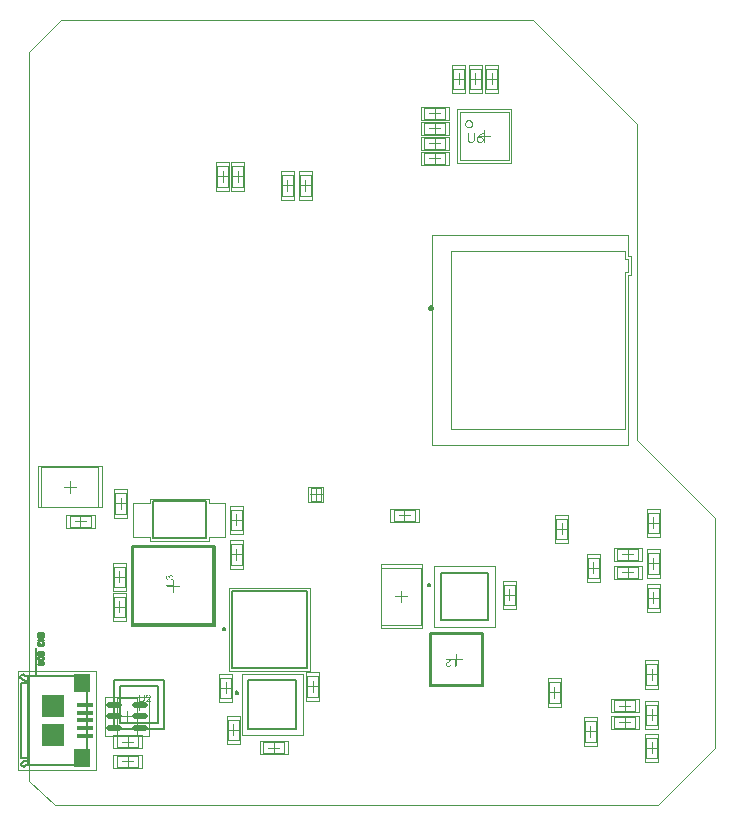
<source format=gbp>
%FSTAX23Y23*%
%MOIN*%
%SFA1B1*%

%IPPOS*%
%ADD10C,0.009449*%
%ADD13C,0.007874*%
%ADD14C,0.005000*%
%ADD16C,0.004000*%
%ADD17C,0.003937*%
%ADD18C,0.010000*%
%ADD19C,0.001969*%
%ADD88O,0.053150X0.017716*%
%ADD89R,0.053150X0.015748*%
%ADD90R,0.055118X0.062992*%
%ADD91R,0.074803X0.074803*%
%LNsolears_v1-1*%
%LPD*%
G36*
X01384Y01353D02*
Y01353D01*
Y01352*
Y01352*
Y01352*
X01384Y01352*
Y01351*
X01384Y01351*
X01384Y0135*
X01384Y01349*
X01384Y01348*
X01384Y01347*
X01384Y01347*
X01383Y01346*
Y01346*
X01383Y01346*
X01383Y01346*
X01383Y01346*
X01383Y01346*
X01383Y01345*
X01382Y01345*
X01382Y01344*
X01381Y01343*
X0138Y01343*
X0138*
X0138Y01343*
X0138Y01343*
X0138Y01343*
X0138Y01343*
X01379Y01342*
X01379Y01342*
X01379Y01342*
X01378Y01342*
X01378Y01342*
X01377Y01342*
X01377Y01342*
X01376Y01342*
X01376Y01342*
X01374Y01341*
X01374*
X01374Y01342*
X01374*
X01373Y01342*
X01373Y01342*
X01372Y01342*
X01371Y01342*
X01371Y01342*
X0137Y01342*
X01369Y01343*
X01369*
X01369Y01343*
X01368Y01343*
X01368Y01343*
X01368Y01343*
X01367Y01344*
X01367Y01344*
X01366Y01345*
X01366Y01345*
X01365Y01346*
Y01346*
X01365Y01346*
X01365Y01346*
X01365Y01347*
X01365Y01347*
X01365Y01347*
X01365Y01347*
X01365Y01348*
X01365Y01348*
X01365Y01349*
X01365Y01349*
X01365Y0135*
X01365Y0135*
X01365Y01351*
X01365Y01352*
Y01353*
Y01367*
X01368*
Y01353*
Y01353*
Y01352*
Y01352*
Y01352*
X01368Y01352*
Y01351*
X01368Y01351*
X01368Y0135*
X01368Y01349*
X01368Y01348*
X01368Y01348*
X01368Y01348*
X01368Y01348*
X01369Y01347*
X01369Y01347*
X01369Y01347*
X01369Y01346*
X0137Y01346*
X0137Y01346*
X01371Y01345*
X01371Y01345*
X01371Y01345*
X01371Y01345*
X01372Y01345*
X01372Y01345*
X01373Y01345*
X01373Y01345*
X01374Y01344*
X01375*
X01375Y01345*
X01375*
X01375Y01345*
X01376Y01345*
X01377Y01345*
X01378Y01345*
X01379Y01346*
X01379Y01346*
X01379Y01346*
X01379Y01346*
X01379Y01346*
X0138Y01346*
X0138Y01346*
X0138Y01347*
X0138Y01347*
X0138Y01347*
X0138Y01348*
X0138Y01348*
X0138Y01348*
X01381Y01349*
X01381Y0135*
X01381Y0135*
X01381Y01351*
X01381Y01352*
Y01353*
Y01367*
X01384*
Y01353*
G37*
G36*
X01398Y01367D02*
X01398Y01367D01*
X01398Y01367*
X01399Y01367*
X01399Y01367*
X014Y01367*
X01401Y01366*
X01401Y01366*
X01402Y01366*
X01402Y01366*
X01403Y01365*
X01403Y01365*
X01403Y01365*
X01403Y01365*
X01403Y01365*
X01403Y01365*
X01403Y01364*
X01404Y01364*
X01404Y01364*
X01404Y01363*
X01405Y01362*
X01405Y01362*
X01405Y01361*
X01405Y01361*
X01405Y0136*
Y0136*
Y0136*
X01405Y0136*
X01405Y01359*
X01405Y01359*
X01405Y01358*
X01404Y01358*
X01404Y01357*
X01404Y01357*
X01404Y01357*
X01404Y01357*
X01404Y01356*
X01403Y01356*
X01403Y01355*
X01403Y01355*
X01402Y01354*
X01402Y01354*
X01402Y01354*
X01402Y01354*
X01401Y01353*
X01401Y01353*
X01401Y01353*
X01401Y01353*
X014Y01352*
X014Y01352*
X014Y01352*
X01399Y01351*
X01399Y01351*
X01398Y0135*
X01397Y0135*
X01397Y0135*
X01397Y0135*
X01397Y0135*
X01397Y01349*
X01397Y01349*
X01396Y01349*
X01396Y01348*
X01395Y01348*
X01395Y01347*
X01394Y01347*
X01394Y01347*
X01394Y01347*
X01394Y01346*
X01394Y01346*
X01393Y01346*
X01393Y01346*
X01393Y01346*
X01393Y01346*
X01392Y01345*
X01405*
Y01342*
X01388*
Y01342*
Y01342*
Y01342*
X01388Y01343*
X01388Y01343*
X01388Y01343*
X01388Y01344*
X01389Y01344*
Y01344*
X01389Y01344*
X01389Y01344*
X01389Y01345*
X01389Y01345*
X01389Y01346*
X0139Y01346*
X0139Y01347*
X01391Y01347*
Y01347*
X01391Y01347*
X01391Y01348*
X01391Y01348*
X01392Y01349*
X01392Y01349*
X01393Y0135*
X01394Y0135*
X01395Y01351*
X01395Y01351*
X01395Y01351*
X01395Y01352*
X01395Y01352*
X01396Y01352*
X01396Y01352*
X01396Y01353*
X01397Y01353*
X01398Y01354*
X01399Y01355*
X01399Y01355*
X014Y01356*
X014Y01356*
X014Y01357*
Y01357*
X014Y01357*
X014Y01357*
X014Y01357*
X01401Y01357*
X01401Y01358*
X01401Y01358*
X01401Y01359*
X01402Y0136*
X01402Y0136*
Y0136*
Y0136*
X01402Y01361*
X01402Y01361*
X01401Y01361*
X01401Y01362*
X01401Y01362*
X01401Y01363*
X014Y01363*
X014Y01363*
X014Y01364*
X014Y01364*
X01399Y01364*
X01399Y01364*
X01398Y01364*
X01398Y01365*
X01397Y01365*
X01397*
X01396Y01365*
X01396Y01365*
X01396Y01364*
X01395Y01364*
X01394Y01364*
X01394Y01364*
X01393Y01363*
X01393Y01363*
X01393Y01363*
X01393Y01363*
X01393Y01362*
X01392Y01362*
X01392Y01361*
X01392Y0136*
X01392Y0136*
X01389Y0136*
Y0136*
X01389Y0136*
Y0136*
X01389Y01361*
X01389Y01361*
X01389Y01361*
X01389Y01362*
X01389Y01362*
X01389Y01363*
X0139Y01364*
X0139Y01364*
X0139Y01365*
X01391Y01365*
X01391Y01365*
X01391Y01365*
X01391Y01365*
X01391Y01366*
X01392Y01366*
X01392Y01366*
X01392Y01366*
X01392Y01366*
X01393Y01366*
X01393Y01366*
X01394Y01367*
X01394Y01367*
X01395Y01367*
X01395Y01367*
X01396Y01367*
X01396Y01367*
X01397Y01367*
X01397*
X01398Y01367*
G37*
G36*
X02423Y01459D02*
X02419D01*
Y01482*
X02407*
Y01485*
X02423*
Y01459*
G37*
G36*
X02405Y01484D02*
Y01484D01*
Y01484*
X02405Y01484*
X02405Y01483*
X02405Y01483*
X02405Y01483*
X02404Y01482*
Y01482*
X02404Y01482*
X02404Y01482*
X02404Y01482*
X02404Y01481*
X02404Y01481*
X02403Y0148*
X02403Y0148*
X02402Y01479*
Y01479*
X02402Y01479*
X02402Y01479*
X02402Y01478*
X02401Y01478*
X02401Y01477*
X024Y01477*
X02399Y01476*
X02398Y01475*
X02398Y01475*
X02398Y01475*
X02398Y01475*
X02398Y01475*
X02397Y01474*
X02397Y01474*
X02397Y01474*
X02396Y01473*
X02395Y01472*
X02394Y01472*
X02394Y01471*
X02393Y01471*
X02393Y0147*
X02393Y0147*
Y0147*
X02393Y0147*
X02393Y0147*
X02393Y0147*
X02392Y01469*
X02392Y01469*
X02392Y01468*
X02392Y01467*
X02391Y01467*
X02391Y01466*
Y01466*
Y01466*
X02391Y01466*
X02391Y01465*
X02392Y01465*
X02392Y01465*
X02392Y01464*
X02392Y01464*
X02393Y01463*
X02393Y01463*
X02393Y01463*
X02393Y01463*
X02394Y01462*
X02394Y01462*
X02395Y01462*
X02395Y01462*
X02396Y01462*
X02396*
X02396Y01462*
X02397Y01462*
X02397Y01462*
X02398Y01462*
X02399Y01462*
X02399Y01463*
X024Y01463*
X024Y01463*
X024Y01463*
X024Y01464*
X024Y01464*
X02401Y01465*
X02401Y01465*
X02401Y01466*
X02401Y01467*
X02404Y01466*
Y01466*
X02404Y01466*
Y01466*
X02404Y01466*
X02404Y01466*
X02404Y01465*
X02404Y01465*
X02404Y01464*
X02404Y01464*
X02403Y01463*
X02403Y01462*
X02403Y01462*
X02402Y01461*
X02402Y01461*
X02402Y01461*
X02402Y01461*
X02402Y01461*
X02401Y01461*
X02401Y01461*
X02401Y01461*
X02401Y0146*
X024Y0146*
X024Y0146*
X02399Y0146*
X02399Y0146*
X02398Y01459*
X02398Y01459*
X02397Y01459*
X02397Y01459*
X02396Y01459*
X02396*
X02395Y01459*
X02395Y01459*
X02395Y01459*
X02394Y01459*
X02394Y01459*
X02393Y0146*
X02392Y0146*
X02392Y0146*
X02391Y01461*
X02391Y01461*
X0239Y01461*
X0239Y01461*
X0239Y01461*
X0239Y01461*
X0239Y01462*
X0239Y01462*
X0239Y01462*
X02389Y01462*
X02389Y01463*
X02389Y01463*
X02388Y01464*
X02388Y01465*
X02388Y01465*
X02388Y01466*
X02388Y01466*
Y01466*
Y01466*
X02388Y01467*
X02388Y01467*
X02388Y01468*
X02388Y01468*
X02389Y01469*
X02389Y01469*
X02389Y01469*
X02389Y01469*
X02389Y0147*
X02389Y0147*
X0239Y01471*
X0239Y01471*
X0239Y01472*
X02391Y01472*
X02391Y01472*
X02391Y01473*
X02391Y01473*
X02392Y01473*
X02392Y01473*
X02392Y01473*
X02392Y01474*
X02393Y01474*
X02393Y01474*
X02393Y01475*
X02394Y01475*
X02394Y01476*
X02395Y01476*
X02396Y01477*
X02396Y01477*
X02396Y01477*
X02396Y01477*
X02396Y01477*
X02396Y01477*
X02397Y01477*
X02397Y01478*
X02398Y01478*
X02398Y01479*
X02399Y0148*
X02399Y0148*
X02399Y0148*
X02399Y0148*
X02399Y0148*
X024Y0148*
X024Y0148*
X024Y01481*
X024Y01481*
X02401Y01482*
X02388*
Y01485*
X02405*
Y01484*
G37*
G36*
X01473Y01765D02*
X01473Y01765D01*
X01473Y01765*
X01474Y01765*
X01474Y01765*
X01475Y01764*
X01475Y01764*
X01476Y01764*
X01476Y01764*
X01477Y01763*
X01477Y01763*
X01478Y01763*
X01478Y01762*
X01478Y01762*
X01478Y01762*
X01478Y01762*
X01478Y01762*
X01478Y01762*
X01479Y01761*
X01479Y01761*
X01479Y0176*
X01479Y0176*
X01479Y01759*
X0148Y01759*
X0148Y01758*
X0148Y01758*
X0148Y01757*
X0148Y01756*
Y01756*
X0148Y01756*
X0148Y01756*
X0148Y01755*
X0148Y01755*
X0148Y01755*
X01479Y01754*
X01479Y01753*
X01479Y01752*
X01479Y01752*
X01478Y01751*
X01478Y01751*
X01478Y01751*
X01478Y01751*
X01478Y01751*
X01478Y01751*
X01477Y0175*
X01477Y0175*
X01477Y0175*
X01477Y0175*
X01476Y0175*
X01476Y01749*
X01475Y01749*
X01474Y01749*
X01473Y01749*
X01473Y01748*
X01472Y01752*
X01472*
X01473Y01752*
X01473Y01752*
X01473Y01752*
X01473Y01752*
X01473Y01752*
X01474Y01752*
X01475Y01752*
X01475Y01753*
X01476Y01753*
X01476Y01753*
X01476Y01753*
X01476Y01754*
X01477Y01754*
X01477Y01754*
X01477Y01755*
X01477Y01755*
X01477Y01756*
X01477Y01756*
Y01757*
X01477Y01757*
X01477Y01757*
X01477Y01758*
X01477Y01758*
X01477Y01759*
X01476Y0176*
X01476Y0176*
X01476Y0176*
X01476Y0176*
X01475Y01761*
X01475Y01761*
X01474Y01761*
X01474Y01761*
X01473Y01762*
X01472Y01762*
X01472*
X01472*
X01472*
X01472Y01762*
X01471Y01762*
X01471Y01761*
X0147Y01761*
X0147Y01761*
X01469Y01761*
X01469Y0176*
X01469Y0176*
X01468Y0176*
X01468Y0176*
X01468Y01759*
X01468Y01759*
X01467Y01758*
X01467Y01757*
X01467Y01757*
Y01756*
X01467Y01756*
X01467Y01756*
X01467Y01755*
X01467Y01755*
X01468Y01755*
X01465Y01755*
Y01755*
X01465Y01755*
Y01756*
X01465Y01756*
X01465Y01757*
X01465Y01757*
X01464Y01758*
X01464Y01758*
X01464Y01759*
Y01759*
X01464Y01759*
X01464Y01759*
X01463Y01759*
X01463Y0176*
X01463Y0176*
X01462Y0176*
X01461Y0176*
X01461Y01761*
X01461*
X01461*
X01461*
X0146*
X0146Y0176*
X0146Y0176*
X01459Y0176*
X01459Y0176*
X01458Y0176*
X01458Y01759*
X01458Y01759*
X01458Y01759*
X01458Y01759*
X01457Y01759*
X01457Y01758*
X01457Y01758*
X01457Y01757*
X01457Y01756*
Y01756*
X01457Y01756*
X01457Y01755*
X01457Y01755*
X01457Y01754*
X01458Y01754*
X01458Y01753*
X01458Y01753*
X01458Y01753*
X01458Y01753*
X01459Y01753*
X01459Y01753*
X0146Y01752*
X0146Y01752*
X01461Y01752*
X01461Y01749*
X01461*
X01461Y01749*
X0146Y01749*
X0146Y01749*
X0146Y01749*
X0146Y01749*
X01459Y01749*
X01458Y0175*
X01457Y0175*
X01457Y01751*
X01456Y01751*
X01456Y01751*
X01456Y01751*
X01456Y01752*
X01456Y01752*
X01456Y01752*
X01455Y01752*
X01455Y01752*
X01455Y01753*
X01455Y01753*
X01454Y01754*
X01454Y01755*
X01454Y01756*
Y01757*
X01454Y01757*
X01454Y01758*
X01454Y01758*
X01455Y01759*
X01455Y01759*
X01455Y0176*
Y0176*
X01455Y0176*
X01455Y0176*
X01455Y01761*
X01456Y01761*
X01456Y01762*
X01456Y01762*
X01457Y01762*
X01458Y01763*
X01458Y01763*
X01458Y01763*
X01458Y01763*
X01458Y01763*
X01459Y01763*
X0146Y01764*
X0146Y01764*
X01461Y01764*
X01461*
X01461*
X01461Y01764*
X01462Y01764*
X01462Y01763*
X01463Y01763*
X01463Y01763*
X01464Y01763*
X01464Y01763*
X01464Y01763*
X01464Y01762*
X01465Y01762*
X01465Y01762*
X01465Y01761*
X01466Y01761*
X01466Y0176*
Y0176*
X01466Y0176*
X01466Y0176*
X01466Y01761*
X01466Y01761*
X01466Y01761*
X01467Y01762*
X01467Y01763*
X01467Y01763*
X01468Y01764*
X01468Y01764*
X01468Y01764*
X01469Y01764*
X01469Y01764*
X0147Y01765*
X0147Y01765*
X01471Y01765*
X01472Y01765*
X01472*
X01472*
X01472*
X01473Y01765*
G37*
G36*
X0148Y0173D02*
X01454D01*
Y01733*
X01477*
Y01746*
X0148*
Y0173*
G37*
G54D10*
X02342Y02657D02*
D01*
X02342Y02657*
X02342Y02657*
X02342Y02658*
X02342Y02658*
X02342Y02658*
X02342Y02659*
X02342Y02659*
X02341Y02659*
X02341Y02659*
X02341Y0266*
X02341Y0266*
X02341Y0266*
X0234Y0266*
X0234Y02661*
X0234Y02661*
X02339Y02661*
X02339Y02661*
X02339Y02661*
X02339Y02661*
X02338Y02661*
X02338Y02661*
X02338Y02661*
X02337*
X02337Y02661*
X02337Y02661*
X02336Y02661*
X02336Y02661*
X02336Y02661*
X02335Y02661*
X02335Y02661*
X02335Y02661*
X02334Y0266*
X02334Y0266*
X02334Y0266*
X02334Y0266*
X02334Y02659*
X02333Y02659*
X02333Y02659*
X02333Y02659*
X02333Y02658*
X02333Y02658*
X02333Y02658*
X02333Y02657*
X02333Y02657*
X02333Y02657*
X02333Y02656*
X02333Y02656*
X02333Y02656*
X02333Y02655*
X02333Y02655*
X02333Y02655*
X02333Y02654*
X02333Y02654*
X02334Y02654*
X02334Y02654*
X02334Y02653*
X02334Y02653*
X02334Y02653*
X02335Y02653*
X02335Y02653*
X02335Y02652*
X02336Y02652*
X02336Y02652*
X02336Y02652*
X02337Y02652*
X02337Y02652*
X02337Y02652*
X02338*
X02338Y02652*
X02338Y02652*
X02339Y02652*
X02339Y02652*
X02339Y02652*
X02339Y02652*
X0234Y02653*
X0234Y02653*
X0234Y02653*
X02341Y02653*
X02341Y02653*
X02341Y02654*
X02341Y02654*
X02341Y02654*
X02342Y02654*
X02342Y02655*
X02342Y02655*
X02342Y02655*
X02342Y02656*
X02342Y02656*
X02342Y02656*
X02342Y02657*
G54D13*
X01302Y01397D02*
X01427D01*
Y01272D02*
Y01397D01*
X01302Y01272D02*
X01427D01*
X01302D02*
Y01397D01*
X02338Y014D02*
X02507D01*
X02338D02*
Y01569D01*
X02507*
Y014D02*
Y01569D01*
X01346Y01601D02*
Y01859D01*
X01613*
Y01601D02*
Y01859D01*
X01346Y01601D02*
X01613D01*
X01282Y01417D02*
X01447D01*
Y01252D02*
Y01417D01*
X01282Y01252D02*
X01447D01*
X01282D02*
Y01417D01*
X02334Y01396D02*
X02511D01*
X02334D02*
Y01573D01*
X02511*
Y01396D02*
Y01573D01*
X01342Y01597D02*
Y01863D01*
X01617*
Y01597D02*
Y01863D01*
X01342Y01597D02*
X01617D01*
X01282Y01417D02*
X01447D01*
Y01252D02*
Y01417D01*
X01282Y01252D02*
X01447D01*
X01282D02*
Y01417D01*
X02334Y01396D02*
X02511D01*
X02334D02*
Y01573D01*
X02511*
Y01396D02*
Y01573D01*
X01342Y01597D02*
Y01863D01*
X01617*
Y01597D02*
Y01863D01*
X01342Y01597D02*
X01617D01*
X01652Y01585D02*
D01*
X01652Y01585*
X01652Y01585*
X01652Y01585*
X01652Y01586*
X01652Y01586*
X01652Y01586*
X01651Y01586*
X01651Y01587*
X01651Y01587*
X01651Y01587*
X01651Y01587*
X01651Y01587*
X0165Y01588*
X0165Y01588*
X0165Y01588*
X0165Y01588*
X01649Y01588*
X01649Y01588*
X01649Y01588*
X01649Y01588*
X01648Y01588*
X01648Y01588*
X01648*
X01648Y01588*
X01647Y01588*
X01647Y01588*
X01647Y01588*
X01646Y01588*
X01646Y01588*
X01646Y01588*
X01646Y01588*
X01646Y01588*
X01645Y01587*
X01645Y01587*
X01645Y01587*
X01645Y01587*
X01645Y01587*
X01644Y01586*
X01644Y01586*
X01644Y01586*
X01644Y01586*
X01644Y01585*
X01644Y01585*
X01644Y01585*
X01644Y01585*
X01644Y01584*
X01644Y01584*
X01644Y01584*
X01644Y01583*
X01644Y01583*
X01644Y01583*
X01644Y01583*
X01645Y01582*
X01645Y01582*
X01645Y01582*
X01645Y01582*
X01645Y01582*
X01646Y01581*
X01646Y01581*
X01646Y01581*
X01646Y01581*
X01646Y01581*
X01647Y01581*
X01647Y01581*
X01647Y01581*
X01648Y01581*
X01648Y01581*
X01648*
X01648Y01581*
X01649Y01581*
X01649Y01581*
X01649Y01581*
X01649Y01581*
X0165Y01581*
X0165Y01581*
X0165Y01581*
X0165Y01581*
X01651Y01582*
X01651Y01582*
X01651Y01582*
X01651Y01582*
X01651Y01582*
X01651Y01583*
X01652Y01583*
X01652Y01583*
X01652Y01583*
X01652Y01584*
X01652Y01584*
X01652Y01584*
X01652Y01585*
X02336Y01733D02*
D01*
X02336Y01733*
X02336Y01733*
X02336Y01734*
X02336Y01734*
X02336Y01734*
X02336Y01734*
X02336Y01735*
X02336Y01735*
X02336Y01735*
X02335Y01735*
X02335Y01736*
X02335Y01736*
X02335Y01736*
X02335Y01736*
X02334Y01736*
X02334Y01736*
X02334Y01737*
X02334Y01737*
X02333Y01737*
X02333Y01737*
X02333Y01737*
X02333Y01737*
X02332*
X02332Y01737*
X02332Y01737*
X02331Y01737*
X02331Y01737*
X02331Y01737*
X02331Y01736*
X0233Y01736*
X0233Y01736*
X0233Y01736*
X0233Y01736*
X0233Y01736*
X02329Y01735*
X02329Y01735*
X02329Y01735*
X02329Y01735*
X02329Y01734*
X02329Y01734*
X02329Y01734*
X02329Y01734*
X02328Y01733*
X02328Y01733*
X02328Y01733*
X02328Y01733*
X02328Y01732*
X02329Y01732*
X02329Y01732*
X02329Y01732*
X02329Y01731*
X02329Y01731*
X02329Y01731*
X02329Y01731*
X02329Y0173*
X0233Y0173*
X0233Y0173*
X0233Y0173*
X0233Y0173*
X0233Y01729*
X02331Y01729*
X02331Y01729*
X02331Y01729*
X02331Y01729*
X02332Y01729*
X02332Y01729*
X02332Y01729*
X02333*
X02333Y01729*
X02333Y01729*
X02333Y01729*
X02334Y01729*
X02334Y01729*
X02334Y01729*
X02334Y01729*
X02335Y0173*
X02335Y0173*
X02335Y0173*
X02335Y0173*
X02335Y0173*
X02336Y01731*
X02336Y01731*
X02336Y01731*
X02336Y01731*
X02336Y01732*
X02336Y01732*
X02336Y01732*
X02336Y01732*
X02336Y01733*
X02336Y01733*
X01696Y01374D02*
D01*
X01696Y01374*
X01695Y01374*
X01695Y01375*
X01695Y01375*
X01695Y01375*
X01695Y01375*
X01695Y01376*
X01695Y01376*
X01695Y01376*
X01695Y01376*
X01694Y01377*
X01694Y01377*
X01694Y01377*
X01694Y01377*
X01694Y01377*
X01693Y01377*
X01693Y01378*
X01693Y01378*
X01693Y01378*
X01692Y01378*
X01692Y01378*
X01692Y01378*
X01691*
X01691Y01378*
X01691Y01378*
X01691Y01378*
X0169Y01378*
X0169Y01378*
X0169Y01377*
X0169Y01377*
X01689Y01377*
X01689Y01377*
X01689Y01377*
X01689Y01377*
X01689Y01376*
X01688Y01376*
X01688Y01376*
X01688Y01376*
X01688Y01375*
X01688Y01375*
X01688Y01375*
X01688Y01375*
X01688Y01374*
X01688Y01374*
X01688Y01374*
X01688Y01374*
X01688Y01373*
X01688Y01373*
X01688Y01373*
X01688Y01373*
X01688Y01372*
X01688Y01372*
X01688Y01372*
X01688Y01372*
X01689Y01371*
X01689Y01371*
X01689Y01371*
X01689Y01371*
X01689Y01371*
X0169Y0137*
X0169Y0137*
X0169Y0137*
X0169Y0137*
X01691Y0137*
X01691Y0137*
X01691Y0137*
X01691Y0137*
X01692*
X01692Y0137*
X01692Y0137*
X01693Y0137*
X01693Y0137*
X01693Y0137*
X01693Y0137*
X01694Y0137*
X01694Y01371*
X01694Y01371*
X01694Y01371*
X01694Y01371*
X01695Y01371*
X01695Y01372*
X01695Y01372*
X01695Y01372*
X01695Y01372*
X01695Y01373*
X01695Y01373*
X01695Y01373*
X01695Y01373*
X01696Y01374*
X01696Y01374*
G54D14*
X00997Y01131D02*
D01*
X00996Y01131*
X00995Y01132*
X00994Y01132*
X00993Y01132*
X00993Y01132*
X00992Y01132*
X00991Y01132*
X0099Y01132*
X00989Y01132*
X00989Y01132*
X00988Y01132*
X00987Y01132*
X00986Y01131*
X00986Y01131*
X00985Y0113*
X00984Y0113*
X00984Y01129*
X00983Y01129*
X00982Y01128*
X00982Y01128*
X00981Y01127*
X00981Y01126*
X00981Y01126*
X00993Y01147D02*
D01*
X00991Y01147*
X0099Y01147*
X00989Y01147*
X00988Y01147*
X00986Y01147*
X00985Y01147*
X00984Y01147*
X00983Y01146*
X00982Y01146*
X0098Y01145*
X00979Y01145*
X00978Y01144*
X00977Y01143*
X00976Y01142*
X00975Y01141*
X00975Y01141*
X00974Y0114*
X00973Y01138*
X00972Y01137*
X00972Y01136*
X00971Y01135*
X00971Y01134*
X00971Y01133*
X00981Y01435D02*
D01*
X00981Y01435*
X00982Y01434*
X00982Y01433*
X00983Y01433*
X00983Y01432*
X00984Y01432*
X00984Y01431*
X00985Y01431*
X00986Y0143*
X00987Y0143*
X00987Y0143*
X00988Y01429*
X00989Y01429*
X0099Y01429*
X00991Y01429*
X00991Y01429*
X00992Y01429*
X00993Y01429*
X00994Y01429*
X00995Y0143*
X00995Y0143*
X00996Y0143*
X00997Y0143*
X00969Y01428D02*
D01*
X00969Y01427*
X0097Y01426*
X0097Y01424*
X00971Y01423*
X00972Y01422*
X00973Y01421*
X00974Y0142*
X00974Y01419*
X00975Y01418*
X00977Y01417*
X00978Y01417*
X00979Y01416*
X0098Y01415*
X00981Y01415*
X00983Y01415*
X00984Y01414*
X00985Y01414*
X00987Y01414*
X00988Y01414*
X00989Y01414*
X00991Y01414*
X00992Y01414*
X00993Y01415*
X01193Y01131D02*
Y0143D01*
X01022D02*
X01193D01*
X00995D02*
X01022D01*
X00995Y01131D02*
Y0143D01*
Y01131D02*
X00997D01*
X01193*
X00971Y01133D02*
X00981Y01126D01*
X00971Y01155D02*
X00993D01*
X00971D02*
Y01407D01*
X00993*
X00969Y01428D02*
X00981Y01435D01*
X01022Y0143D02*
Y01523D01*
X01674Y01714D02*
X01925D01*
Y01455D02*
Y01714D01*
X01674Y01455D02*
X01925D01*
X01674D02*
Y01714D01*
X02371Y01616D02*
Y01773D01*
X02528Y01616D02*
Y01773D01*
X02371D02*
X02528D01*
X02371Y01616D02*
X02528D01*
X01411Y02011D02*
X01588D01*
Y01888D02*
Y02011D01*
X01411Y01888D02*
X01588D01*
X01411D02*
Y02011D01*
X01729Y01254D02*
Y01415D01*
X0189Y01254D02*
Y01415D01*
X01729D02*
X0189D01*
X01729Y01254D02*
X0189D01*
G54D16*
X02461Y0324D02*
Y03215D01*
X02466Y0321*
X02476*
X02481Y03215*
Y0324*
X02511D02*
X02501Y03235D01*
X02491Y03225*
Y03215*
X02496Y0321*
X02506*
X02511Y03215*
Y0322*
X02506Y03225*
X02491*
G54D17*
X01Y0108D02*
Y0351D01*
X01105Y03615*
X0268*
X0291Y03385*
X0299Y03305*
X03025Y0327*
Y02215D02*
Y0327D01*
Y02215D02*
X03285Y01955D01*
Y0119D02*
Y01955D01*
X03095Y01D02*
X03285Y0119D01*
X01085Y01D02*
X03095D01*
X01Y0108D02*
X01085Y01D01*
X02476Y0327D02*
D01*
X02476Y0327*
X02476Y03271*
X02476Y03272*
X02475Y03273*
X02475Y03274*
X02475Y03274*
X02474Y03275*
X02474Y03276*
X02474Y03276*
X02473Y03277*
X02473Y03278*
X02472Y03278*
X02471Y03279*
X02471Y03279*
X0247Y0328*
X02469Y0328*
X02468Y0328*
X02468Y03281*
X02467Y03281*
X02466Y03281*
X02465Y03281*
X02464Y03281*
X02464*
X02463Y03281*
X02462Y03281*
X02461Y03281*
X0246Y03281*
X0246Y0328*
X02459Y0328*
X02458Y0328*
X02457Y03279*
X02457Y03279*
X02456Y03278*
X02456Y03278*
X02455Y03277*
X02454Y03276*
X02454Y03276*
X02454Y03275*
X02453Y03274*
X02453Y03274*
X02453Y03273*
X02452Y03272*
X02452Y03271*
X02452Y0327*
X02452Y0327*
X02452Y03269*
X02452Y03268*
X02452Y03267*
X02453Y03266*
X02453Y03265*
X02453Y03265*
X02454Y03264*
X02454Y03263*
X02454Y03263*
X02455Y03262*
X02456Y03261*
X02456Y03261*
X02457Y0326*
X02457Y0326*
X02458Y03259*
X02459Y03259*
X0246Y03259*
X0246Y03258*
X02461Y03258*
X02462Y03258*
X02463Y03258*
X02464Y03258*
X02464*
X02465Y03258*
X02466Y03258*
X02467Y03258*
X02468Y03258*
X02468Y03259*
X02469Y03259*
X0247Y03259*
X02471Y0326*
X02471Y0326*
X02472Y03261*
X02473Y03261*
X02473Y03262*
X02474Y03263*
X02474Y03263*
X02474Y03264*
X02475Y03265*
X02475Y03265*
X02475Y03266*
X02476Y03267*
X02476Y03268*
X02476Y03269*
X02476Y0327*
X0104Y02126D02*
X01229D01*
X0104Y01993D02*
X01229D01*
X0104D02*
Y02126D01*
X01229Y01993D02*
Y02126D01*
X02861Y01824D02*
X02898D01*
X02861Y01755D02*
X02898D01*
Y01824*
X02861Y01755D02*
Y01824D01*
X02215Y01946D02*
Y01983D01*
X02284Y01946D02*
Y01983D01*
X02215D02*
X02284D01*
X02215Y01946D02*
X02284D01*
X03061Y01724D02*
X03098D01*
X03061Y01655D02*
X03098D01*
Y01724*
X03061Y01655D02*
Y01724D01*
Y01839D02*
X03098D01*
X03061Y0177D02*
X03098D01*
Y01839*
X03061Y0177D02*
Y01839D01*
Y01974D02*
X03098D01*
X03061Y01905D02*
X03098D01*
Y01974*
X03061Y01905D02*
Y01974D01*
X02756Y01954D02*
X02793D01*
X02756Y01885D02*
X02793D01*
Y01954*
X02756Y01885D02*
Y01954D01*
X0296Y01756D02*
Y01793D01*
X03029Y01756D02*
Y01793D01*
X0296D02*
X03029D01*
X0296Y01756D02*
X03029D01*
X0296Y01816D02*
Y01853D01*
X03029Y01816D02*
Y01853D01*
X0296D02*
X03029D01*
X0296Y01816D02*
X03029D01*
X02851Y01279D02*
X02888D01*
X02851Y0121D02*
X02888D01*
Y01279*
X02851Y0121D02*
Y01279D01*
X03056Y01469D02*
X03093D01*
X03056Y014D02*
X03093D01*
Y01469*
X03056Y014D02*
Y01469D01*
X02731Y01409D02*
X02768D01*
X02731Y0134D02*
X02768D01*
Y01409*
X02731Y0134D02*
Y01409D01*
X0295Y01256D02*
Y01293D01*
X03019Y01256D02*
Y01293D01*
X0295D02*
X03019D01*
X0295Y01256D02*
X03019D01*
X0295Y01311D02*
Y01348D01*
X03019Y01311D02*
Y01348D01*
X0295D02*
X03019D01*
X0295Y01311D02*
X03019D01*
X03056Y01334D02*
X03093D01*
X03056Y01265D02*
X03093D01*
Y01334*
X03056Y01265D02*
Y01334D01*
Y01224D02*
X03093D01*
X03056Y01155D02*
X03093D01*
Y01224*
X03056Y01155D02*
Y01224D01*
X01204Y01926D02*
Y01963D01*
X01135Y01926D02*
Y01963D01*
Y01926D02*
X01204D01*
X01135Y01963D02*
X01204D01*
X01676Y03129D02*
X01713D01*
X01676Y0306D02*
X01713D01*
Y03129*
X01676Y0306D02*
Y03129D01*
X01626D02*
X01663D01*
X01626Y0306D02*
X01663D01*
Y03129*
X01626Y0306D02*
Y03129D01*
X01901Y03099D02*
X01938D01*
X01901Y0303D02*
X01938D01*
Y03099*
X01901Y0303D02*
Y03099D01*
X01841D02*
X01878D01*
X01841Y0303D02*
X01878D01*
Y03099*
X01841Y0303D02*
Y03099D01*
X02986Y02253D02*
Y02775D01*
X02405Y02253D02*
X02986D01*
X02405D02*
Y02846D01*
X02986Y02775D02*
X02996D01*
Y02818*
X02986D02*
X02996D01*
X02986D02*
Y02846D01*
X02405D02*
X02986D01*
X02435Y03149D02*
Y0331D01*
X02597Y03149D02*
Y0331D01*
X02435D02*
X02597D01*
X02435Y03149D02*
X02597D01*
X02385Y03236D02*
Y03273D01*
X02316Y03236D02*
Y03273D01*
Y03236D02*
X02385D01*
X02316Y03273D02*
X02385D01*
Y03286D02*
Y03323D01*
X02316Y03286D02*
Y03323D01*
Y03286D02*
X02385D01*
X02316Y03323D02*
X02385D01*
Y03186D02*
Y03223D01*
X02316Y03186D02*
Y03223D01*
Y03186D02*
X02385D01*
X02316Y03223D02*
X02385D01*
Y03136D02*
Y03173D01*
X02316Y03136D02*
Y03173D01*
Y03136D02*
X02385D01*
X02316Y03173D02*
X02385D01*
X02412Y03454D02*
X0245D01*
X02412Y03385D02*
X0245D01*
Y03454*
X02412Y03385D02*
Y03454D01*
X02522D02*
X0256D01*
X02522Y03385D02*
X0256D01*
Y03454*
X02522Y03385D02*
Y03454D01*
X02467D02*
X02505D01*
X02467Y03385D02*
X02505D01*
Y03454*
X02467Y03385D02*
Y03454D01*
X01971Y02014D02*
Y02055D01*
X01938Y02014D02*
Y02055D01*
Y02014D02*
X01971D01*
X01938Y02055D02*
X01971D01*
X01291Y01356D02*
X01358D01*
X01291Y01233D02*
X01358D01*
Y01356*
X01291Y01233D02*
Y01356D01*
X01293Y01191D02*
Y01228D01*
X01362Y01191D02*
Y01228D01*
X01293D02*
X01362D01*
X01293Y01191D02*
X01362D01*
X01293Y01126D02*
Y01163D01*
X01362Y01126D02*
Y01163D01*
X01293D02*
X01362D01*
X01293Y01126D02*
X01362D01*
X02306Y016D02*
Y01789D01*
X02173Y016D02*
Y01789D01*
X02306*
X02173Y016D02*
X02306D01*
X01281Y01625D02*
X01318D01*
X01281Y01694D02*
X01318D01*
X01281Y01625D02*
Y01694D01*
X01318Y01625D02*
Y01694D01*
X01281Y01725D02*
X01318D01*
X01281Y01794D02*
X01318D01*
X01281Y01725D02*
Y01794D01*
X01318Y01725D02*
Y01794D01*
X01671Y01915D02*
X01708D01*
X01671Y01984D02*
X01708D01*
X01671Y01915D02*
Y01984D01*
X01708Y01915D02*
Y01984D01*
X01671Y018D02*
X01708D01*
X01671Y01869D02*
X01708D01*
X01671Y018D02*
Y01869D01*
X01708Y018D02*
Y01869D01*
X01286Y0197D02*
X01323D01*
X01286Y02039D02*
X01323D01*
X01286Y0197D02*
Y02039D01*
X01323Y0197D02*
Y02039D01*
X01926Y01429D02*
X01963D01*
X01926Y0136D02*
X01963D01*
Y01429*
X01926Y0136D02*
Y01429D01*
X01661Y01215D02*
X01698D01*
X01661Y01284D02*
X01698D01*
X01661Y01215D02*
Y01284D01*
X01698Y01215D02*
Y01284D01*
X01636Y01424D02*
X01673D01*
X01636Y01355D02*
X01673D01*
Y01424*
X01636Y01355D02*
Y01424D01*
X01849Y01171D02*
Y01208D01*
X0178Y01171D02*
Y01208D01*
Y01171D02*
X01849D01*
X0178Y01208D02*
X01849D01*
X02581Y01734D02*
X02618D01*
X02581Y01665D02*
X02618D01*
Y01734*
X02581Y01665D02*
Y01734D01*
X01135Y0204D02*
Y02079D01*
X01115Y0206D02*
X01154D01*
X01028Y02128D02*
X01241D01*
X01028Y01991D02*
X01241D01*
X01028D02*
Y02128D01*
X01241Y01991D02*
Y02128D01*
X02858Y01837D02*
X02901D01*
X02858Y01742D02*
X02901D01*
Y01837*
X02858Y01742D02*
Y01837D01*
X0288Y01771D02*
Y01808D01*
X02861Y0179D02*
X02898D01*
X02202Y01943D02*
Y01986D01*
X02297Y01943D02*
Y01986D01*
X02202D02*
X02297D01*
X02202Y01943D02*
X02297D01*
X02231Y01965D02*
X02268D01*
X0225Y01946D02*
Y01983D01*
X03058Y01737D02*
X03101D01*
X03058Y01642D02*
X03101D01*
Y01737*
X03058Y01642D02*
Y01737D01*
X0308Y01671D02*
Y01708D01*
X03061Y0169D02*
X03098D01*
X03058Y01852D02*
X03101D01*
X03058Y01757D02*
X03101D01*
Y01852*
X03058Y01757D02*
Y01852D01*
X0308Y01786D02*
Y01823D01*
X03061Y01805D02*
X03098D01*
X03058Y01987D02*
X03101D01*
X03058Y01892D02*
X03101D01*
Y01987*
X03058Y01892D02*
Y01987D01*
X0308Y01921D02*
Y01958D01*
X03061Y0194D02*
X03098D01*
X02753Y01967D02*
X02796D01*
X02753Y01872D02*
X02796D01*
Y01967*
X02753Y01872D02*
Y01967D01*
X02775Y01901D02*
Y01938D01*
X02756Y0192D02*
X02793D01*
X02947Y01753D02*
Y01796D01*
X03042Y01753D02*
Y01796D01*
X02947D02*
X03042D01*
X02947Y01753D02*
X03042D01*
X02976Y01775D02*
X03013D01*
X02995Y01756D02*
Y01793D01*
X02947Y01813D02*
Y01856D01*
X03042Y01813D02*
Y01856D01*
X02947D02*
X03042D01*
X02947Y01813D02*
X03042D01*
X02976Y01835D02*
X03013D01*
X02995Y01816D02*
Y01853D01*
X02848Y01292D02*
X02891D01*
X02848Y01197D02*
X02891D01*
Y01292*
X02848Y01197D02*
Y01292D01*
X0287Y01226D02*
Y01263D01*
X02851Y01245D02*
X02888D01*
X03053Y01482D02*
X03096D01*
X03053Y01387D02*
X03096D01*
Y01482*
X03053Y01387D02*
Y01482D01*
X03075Y01416D02*
Y01453D01*
X03056Y01435D02*
X03093D01*
X02728Y01422D02*
X02771D01*
X02728Y01327D02*
X02771D01*
Y01422*
X02728Y01327D02*
Y01422D01*
X0275Y01356D02*
Y01393D01*
X02731Y01375D02*
X02768D01*
X02937Y01253D02*
Y01296D01*
X03032Y01253D02*
Y01296D01*
X02937D02*
X03032D01*
X02937Y01253D02*
X03032D01*
X02966Y01275D02*
X03003D01*
X02985Y01256D02*
Y01293D01*
X02937Y01308D02*
Y01351D01*
X03032Y01308D02*
Y01351D01*
X02937D02*
X03032D01*
X02937Y01308D02*
X03032D01*
X02966Y0133D02*
X03003D01*
X02985Y01311D02*
Y01348D01*
X03053Y01347D02*
X03096D01*
X03053Y01252D02*
X03096D01*
Y01347*
X03053Y01252D02*
Y01347D01*
X03075Y01281D02*
Y01318D01*
X03056Y013D02*
X03093D01*
X03053Y01237D02*
X03096D01*
X03053Y01142D02*
X03096D01*
Y01237*
X03053Y01142D02*
Y01237D01*
X03075Y01171D02*
Y01208D01*
X03056Y0119D02*
X03093D01*
X01217Y01923D02*
Y01966D01*
X01122Y01923D02*
Y01966D01*
Y01923D02*
X01217D01*
X01122Y01966D02*
X01217D01*
X01151Y01945D02*
X01188D01*
X0117Y01926D02*
Y01963D01*
X01673Y03142D02*
X01716D01*
X01673Y03047D02*
X01716D01*
Y03142*
X01673Y03047D02*
Y03142D01*
X01695Y03076D02*
Y03113D01*
X01676Y03095D02*
X01713D01*
X01623Y03142D02*
X01666D01*
X01623Y03047D02*
X01666D01*
Y03142*
X01623Y03047D02*
Y03142D01*
X01645Y03076D02*
Y03113D01*
X01626Y03095D02*
X01663D01*
X01898Y03112D02*
X01941D01*
X01898Y03017D02*
X01941D01*
Y03112*
X01898Y03017D02*
Y03112D01*
X0192Y03046D02*
Y03083D01*
X01901Y03065D02*
X01938D01*
X01838Y03112D02*
X01881D01*
X01838Y03017D02*
X01881D01*
Y03112*
X01838Y03017D02*
Y03112D01*
X0186Y03046D02*
Y03083D01*
X01841Y03065D02*
X01878D01*
X02496Y0323D02*
X02536D01*
X02516Y0321D02*
Y03249D01*
X02398Y03233D02*
Y03276D01*
X02304Y03233D02*
Y03276D01*
Y03233D02*
X02398D01*
X02304Y03276D02*
X02398D01*
X02332Y03255D02*
X0237D01*
X02351Y03236D02*
Y03273D01*
X02398Y03283D02*
Y03326D01*
X02304Y03283D02*
Y03326D01*
Y03283D02*
X02398D01*
X02304Y03326D02*
X02398D01*
X02332Y03305D02*
X0237D01*
X02351Y03286D02*
Y03323D01*
X02398Y03183D02*
Y03226D01*
X02304Y03183D02*
Y03226D01*
Y03183D02*
X02398D01*
X02304Y03226D02*
X02398D01*
X02332Y03205D02*
X0237D01*
X02351Y03186D02*
Y03223D01*
X02398Y03133D02*
Y03176D01*
X02304Y03133D02*
Y03176D01*
Y03133D02*
X02398D01*
X02304Y03176D02*
X02398D01*
X02332Y03155D02*
X0237D01*
X02351Y03136D02*
Y03173D01*
X02409Y03467D02*
X02452D01*
X02409Y03372D02*
X02452D01*
Y03467*
X02409Y03372D02*
Y03467D01*
X02431Y03401D02*
Y03438D01*
X02412Y0342D02*
X0245D01*
X02519Y03467D02*
X02562D01*
X02519Y03372D02*
X02562D01*
Y03467*
X02519Y03372D02*
Y03467D01*
X02541Y03401D02*
Y03438D01*
X02522Y0342D02*
X0256D01*
X02464Y03467D02*
X02507D01*
X02464Y03372D02*
X02507D01*
Y03467*
X02464Y03372D02*
Y03467D01*
X02486Y03401D02*
Y03438D01*
X02467Y0342D02*
X02505D01*
X01935Y02035D02*
X01974D01*
X01955Y02015D02*
Y02054D01*
X01325Y01275D02*
Y01314D01*
X01305Y01295D02*
X01344D01*
X0128Y01188D02*
Y01231D01*
X01374Y01188D02*
Y01231D01*
X0128D02*
X01374D01*
X0128Y01188D02*
X01374D01*
X01308Y0121D02*
X01346D01*
X01327Y01191D02*
Y01228D01*
X0128Y01123D02*
Y01166D01*
X01374Y01123D02*
Y01166D01*
X0128D02*
X01374D01*
X0128Y01123D02*
X01374D01*
X01308Y01145D02*
X01346D01*
X01327Y01126D02*
Y01163D01*
X0222Y01695D02*
X02259D01*
X0224Y01675D02*
Y01714D01*
X02308Y01588D02*
Y01801D01*
X02171Y01588D02*
Y01801D01*
X02308*
X02171Y01588D02*
X02308D01*
X01278Y01612D02*
X01321D01*
X01278Y01707D02*
X01321D01*
X01278Y01612D02*
Y01707D01*
X01321Y01612D02*
Y01707D01*
X013Y01641D02*
Y01678D01*
X01281Y0166D02*
X01318D01*
X01278Y01712D02*
X01321D01*
X01278Y01807D02*
X01321D01*
X01278Y01712D02*
Y01807D01*
X01321Y01712D02*
Y01807D01*
X013Y01741D02*
Y01778D01*
X01281Y0176D02*
X01318D01*
X01668Y01902D02*
X01711D01*
X01668Y01997D02*
X01711D01*
X01668Y01902D02*
Y01997D01*
X01711Y01902D02*
Y01997D01*
X0169Y01931D02*
Y01968D01*
X01671Y0195D02*
X01708D01*
X01668Y01787D02*
X01711D01*
X01668Y01882D02*
X01711D01*
X01668Y01787D02*
Y01882D01*
X01711Y01787D02*
Y01882D01*
X0169Y01816D02*
Y01853D01*
X01671Y01835D02*
X01708D01*
X01283Y01957D02*
X01326D01*
X01283Y02052D02*
X01326D01*
X01283Y01957D02*
Y02052D01*
X01326Y01957D02*
Y02052D01*
X01305Y01986D02*
Y02023D01*
X01286Y02005D02*
X01323D01*
X01923Y01442D02*
X01966D01*
X01923Y01347D02*
X01966D01*
Y01442*
X01923Y01347D02*
Y01442D01*
X01945Y01376D02*
Y01413D01*
X01926Y01395D02*
X01963D01*
X01658Y01202D02*
X01701D01*
X01658Y01297D02*
X01701D01*
X01658Y01202D02*
Y01297D01*
X01701Y01202D02*
Y01297D01*
X0168Y01231D02*
Y01268D01*
X01661Y0125D02*
X01698D01*
X01633Y01437D02*
X01676D01*
X01633Y01342D02*
X01676D01*
Y01437*
X01633Y01342D02*
Y01437D01*
X01655Y01371D02*
Y01408D01*
X01636Y0139D02*
X01673D01*
X01862Y01168D02*
Y01211D01*
X01767Y01168D02*
Y01211D01*
Y01168D02*
X01862D01*
X01767Y01211D02*
X01862D01*
X01796Y0119D02*
X01833D01*
X01815Y01171D02*
Y01208D01*
X02578Y01747D02*
X02621D01*
X02578Y01652D02*
X02621D01*
Y01747*
X02578Y01652D02*
Y01747D01*
X026Y01681D02*
Y01718D01*
X02581Y017D02*
X02618D01*
X01345Y01335D02*
X01384D01*
X01365Y01315D02*
Y01354D01*
X02403Y01485D02*
X02443D01*
X02423Y01465D02*
Y01504D01*
X0148Y0171D02*
Y0175D01*
X0146Y0173D02*
X01499D01*
G54D18*
X01028Y01468D02*
X01044D01*
Y01476*
X01041Y01478*
X01036*
X01033Y01476*
Y01468*
X01041Y01494D02*
X01044Y01492D01*
Y01486*
X01041Y01484*
X01031*
X01028Y01486*
Y01492*
X01031Y01494*
X01044Y015D02*
X01028D01*
Y01508*
X01031Y0151*
X01033*
X01036Y01508*
Y015*
Y01508*
X01039Y0151*
X01041*
X01044Y01508*
Y015*
Y01542D02*
Y01532D01*
X01028*
Y01542*
X01036Y01532D02*
Y01537D01*
X01028Y01548D02*
X01044D01*
X01028Y01558*
X01044*
Y01564D02*
X01028D01*
Y01572*
X01031Y01574*
X01041*
X01044Y01572*
Y01564*
G54D19*
X02342Y022D02*
Y02899D01*
X02996*
X02342Y022D02*
X02996D01*
Y02765*
X03006*
Y02828*
X02996D02*
X03006D01*
X02996D02*
Y02899D01*
X02425Y03139D02*
Y0332D01*
Y03139D02*
X02606D01*
Y0332*
X02425D02*
X02606D01*
X0198Y02009D02*
Y0206D01*
X01929Y02009D02*
Y0206D01*
Y02009D02*
X0198D01*
X01929Y0206D02*
X0198D01*
X01252Y01359D02*
X01397D01*
X01252Y0123D02*
X01397D01*
Y01359*
X01252Y0123D02*
Y01359D01*
X00961Y01115D02*
X01221D01*
X00961D02*
Y01446D01*
X01221*
Y01115D02*
Y01446D01*
X01664Y01446D02*
Y01723D01*
Y01446D02*
X01935D01*
Y01723*
X01664D02*
X01935D01*
X02552Y01592D02*
Y01797D01*
X02347Y01592D02*
Y01797D01*
X02552*
X02347Y01592D02*
X02552D01*
X01346Y01893D02*
Y02006D01*
Y01893D02*
X01401D01*
Y01879D02*
Y01893D01*
Y01879D02*
X01598D01*
Y01893*
X01653*
Y02006*
X01598D02*
X01653D01*
X01598D02*
Y0202D01*
X01401D02*
X01598D01*
X01401Y02006D02*
Y0202D01*
X01346Y02006D02*
X01401D01*
X01912Y01232D02*
Y01437D01*
X01707Y01232D02*
Y01437D01*
X01912*
X01707Y01232D02*
X01912D01*
G54D88*
X01367Y01332D03*
Y01295D03*
Y01257D03*
X01282Y01332D03*
Y01295D03*
Y01257D03*
G54D89*
X01185Y0123D03*
Y01255D03*
Y01281D03*
Y01306D03*
Y01332D03*
G54D90*
X01176Y01155D03*
Y01407D03*
G54D91*
X01079Y01233D03*
Y01328D03*
M02*
</source>
